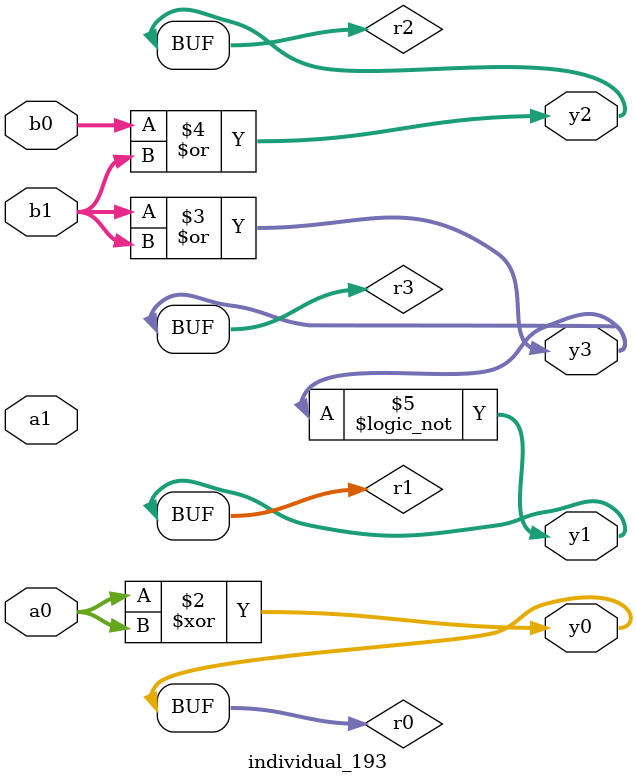
<source format=sv>
module individual_193(input logic [15:0] a1, input logic [15:0] a0, input logic [15:0] b1, input logic [15:0] b0, output logic [15:0] y3, output logic [15:0] y2, output logic [15:0] y1, output logic [15:0] y0);
logic [15:0] r0, r1, r2, r3; 
 always@(*) begin 
	 r0 = a0; r1 = a1; r2 = b0; r3 = b1; 
 	 r0  ^=  r0 ;
 	 r3  |=  b1 ;
 	 r2  |=  b1 ;
 	 r1 = ! r3 ;
 	 y3 = r3; y2 = r2; y1 = r1; y0 = r0; 
end
endmodule
</source>
